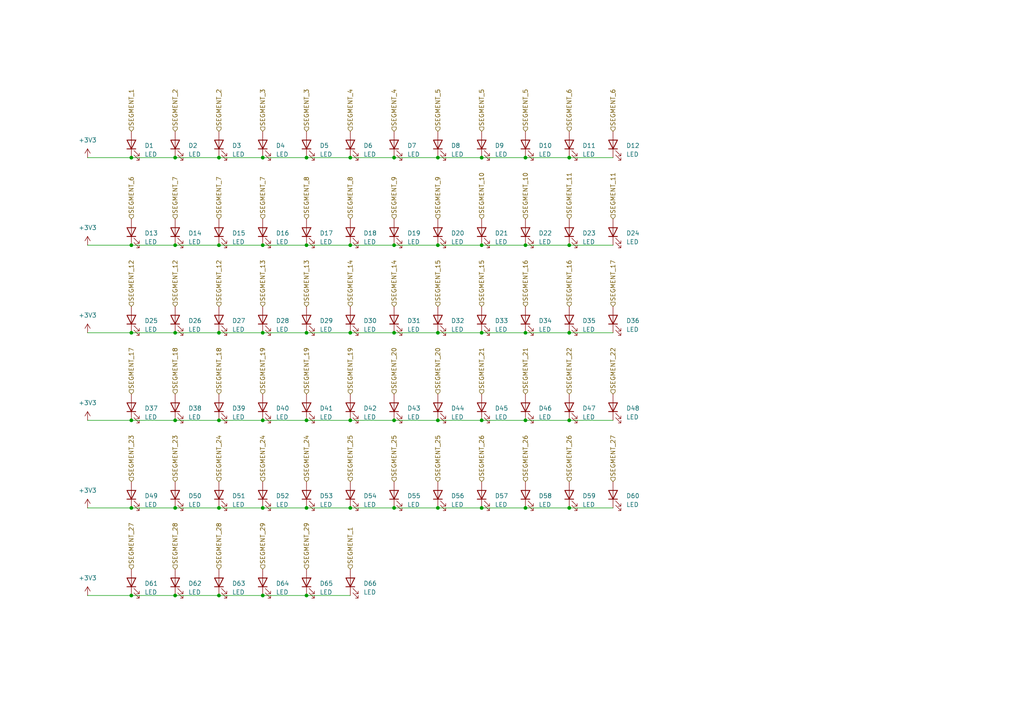
<source format=kicad_sch>
(kicad_sch (version 20231120) (generator "eeschema") (generator_version "8.0")
  (paper "A4")
  (lib_symbols
    (symbol "Device:LED" (pin_numbers hide) (pin_names (offset 1.016) hide)
      (property "Reference" "D" (at 0 2.54 0))
      (property "Value" "LED" (at 0 -2.54 0))
      (symbol "LED_0_1"
        (polyline (pts (xy -1.27 -1.27) (xy -1.27 1.27)) (stroke (width 0.254)))
        (polyline (pts (xy -1.27 0) (xy 1.27 0)))
        (polyline (pts (xy 1.27 -1.27) (xy 1.27 1.27) (xy -1.27 0) (xy 1.27 -1.27)) (stroke (width 0.254)))
        (polyline (pts (xy -3.048 -0.762) (xy -4.572 -2.286) (xy -3.81 -2.286) (xy -4.572 -2.286) (xy -4.572 -1.524)))
        (polyline (pts (xy -1.778 -0.762) (xy -3.302 -2.286) (xy -2.54 -2.286) (xy -3.302 -2.286) (xy -3.302 -1.524)))
      )
      (symbol "LED_1_1"
        (pin passive line (at -3.81 0 0) (length 2.54) (name "K") (number "1"))
        (pin passive line (at 3.81 0 180) (length 2.54) (name "A") (number "2"))
      )
    )
    (symbol "power:+3V3" (power) (pin_numbers hide) (pin_names (offset 0) hide)
      (property "Value" "+3V3" (at 0 3.556 0))
      (symbol "+3V3_0_1"
        (polyline (pts (xy -0.762 1.27) (xy 0 2.54)))
        (polyline (pts (xy 0 0) (xy 0 2.54)))
        (polyline (pts (xy 0 2.54) (xy 0.762 1.27)))
      )
      (symbol "+3V3_1_1"
        (pin power_in line (at 0 0 90) (length 0) (name "~") (number "1"))
      )
    )
  )
  (junction (at 165.1 121.92))
  (junction (at 101.6 71.12))
  (junction (at 152.4 121.92))
  (junction (at 127 96.52))
  (junction (at 76.2 71.12))
  (junction (at 165.1 71.12))
  (junction (at 114.3 96.52))
  (junction (at 114.3 121.92))
  (junction (at 101.6 147.32))
  (junction (at 63.5 121.92))
  (junction (at 38.1 172.72))
  (junction (at 76.2 172.72))
  (junction (at 88.9 45.72))
  (junction (at 50.8 96.52))
  (junction (at 50.8 121.92))
  (junction (at 63.5 71.12))
  (junction (at 114.3 71.12))
  (junction (at 63.5 45.72))
  (junction (at 63.5 147.32))
  (junction (at 139.7 45.72))
  (junction (at 114.3 147.32))
  (junction (at 88.9 121.92))
  (junction (at 76.2 147.32))
  (junction (at 165.1 147.32))
  (junction (at 38.1 45.72))
  (junction (at 38.1 121.92))
  (junction (at 76.2 45.72))
  (junction (at 152.4 96.52))
  (junction (at 76.2 121.92))
  (junction (at 139.7 71.12))
  (junction (at 50.8 147.32))
  (junction (at 88.9 172.72))
  (junction (at 38.1 71.12))
  (junction (at 101.6 96.52))
  (junction (at 139.7 147.32))
  (junction (at 114.3 45.72))
  (junction (at 50.8 172.72))
  (junction (at 127 45.72))
  (junction (at 50.8 71.12))
  (junction (at 127 71.12))
  (junction (at 88.9 147.32))
  (junction (at 152.4 71.12))
  (junction (at 152.4 147.32))
  (junction (at 76.2 96.52))
  (junction (at 88.9 96.52))
  (junction (at 139.7 121.92))
  (junction (at 152.4 45.72))
  (junction (at 101.6 121.92))
  (junction (at 63.5 96.52))
  (junction (at 38.1 96.52))
  (junction (at 88.9 71.12))
  (junction (at 139.7 96.52))
  (junction (at 127 147.32))
  (junction (at 63.5 172.72))
  (junction (at 101.6 45.72))
  (junction (at 127 121.92))
  (junction (at 165.1 96.52))
  (junction (at 38.1 147.32))
  (junction (at 50.8 45.72))
  (junction (at 165.1 45.72))
  (wire (pts (xy 38.1 45.72) (xy 50.8 45.72)))
  (wire (pts (xy 88.9 71.12) (xy 101.6 71.12)))
  (wire (pts (xy 139.7 121.92) (xy 152.4 121.92)))
  (wire (pts (xy 25.4 96.52) (xy 38.1 96.52)))
  (wire (pts (xy 50.8 71.12) (xy 63.5 71.12)))
  (wire (pts (xy 139.7 71.12) (xy 152.4 71.12)))
  (wire (pts (xy 165.1 71.12) (xy 177.8 71.12)))
  (wire (pts (xy 127 96.52) (xy 139.7 96.52)))
  (wire (pts (xy 127 147.32) (xy 139.7 147.32)))
  (wire (pts (xy 76.2 71.12) (xy 88.9 71.12)))
  (wire (pts (xy 152.4 147.32) (xy 165.1 147.32)))
  (wire (pts (xy 139.7 147.32) (xy 152.4 147.32)))
  (wire (pts (xy 50.8 172.72) (xy 63.5 172.72)))
  (wire (pts (xy 38.1 121.92) (xy 50.8 121.92)))
  (wire (pts (xy 127 121.92) (xy 139.7 121.92)))
  (wire (pts (xy 25.4 172.72) (xy 38.1 172.72)))
  (wire (pts (xy 76.2 96.52) (xy 88.9 96.52)))
  (wire (pts (xy 50.8 147.32) (xy 63.5 147.32)))
  (wire (pts (xy 114.3 96.52) (xy 127 96.52)))
  (wire (pts (xy 88.9 147.32) (xy 101.6 147.32)))
  (wire (pts (xy 101.6 71.12) (xy 114.3 71.12)))
  (wire (pts (xy 165.1 96.52) (xy 177.8 96.52)))
  (wire (pts (xy 63.5 121.92) (xy 76.2 121.92)))
  (wire (pts (xy 25.4 45.72) (xy 38.1 45.72)))
  (wire (pts (xy 101.6 121.92) (xy 114.3 121.92)))
  (wire (pts (xy 127 71.12) (xy 139.7 71.12)))
  (wire (pts (xy 25.4 121.92) (xy 38.1 121.92)))
  (wire (pts (xy 165.1 45.72) (xy 177.8 45.72)))
  (wire (pts (xy 152.4 71.12) (xy 165.1 71.12)))
  (wire (pts (xy 76.2 45.72) (xy 88.9 45.72)))
  (wire (pts (xy 25.4 71.12) (xy 38.1 71.12)))
  (wire (pts (xy 63.5 45.72) (xy 76.2 45.72)))
  (wire (pts (xy 63.5 147.32) (xy 76.2 147.32)))
  (wire (pts (xy 114.3 147.32) (xy 127 147.32)))
  (wire (pts (xy 76.2 121.92) (xy 88.9 121.92)))
  (wire (pts (xy 63.5 96.52) (xy 76.2 96.52)))
  (wire (pts (xy 50.8 96.52) (xy 63.5 96.52)))
  (wire (pts (xy 50.8 121.92) (xy 63.5 121.92)))
  (wire (pts (xy 101.6 45.72) (xy 114.3 45.72)))
  (wire (pts (xy 25.4 147.32) (xy 38.1 147.32)))
  (wire (pts (xy 63.5 71.12) (xy 76.2 71.12)))
  (wire (pts (xy 38.1 147.32) (xy 50.8 147.32)))
  (wire (pts (xy 114.3 45.72) (xy 127 45.72)))
  (wire (pts (xy 50.8 45.72) (xy 63.5 45.72)))
  (wire (pts (xy 152.4 96.52) (xy 165.1 96.52)))
  (wire (pts (xy 38.1 96.52) (xy 50.8 96.52)))
  (wire (pts (xy 88.9 172.72) (xy 101.6 172.72)))
  (wire (pts (xy 76.2 172.72) (xy 88.9 172.72)))
  (wire (pts (xy 76.2 147.32) (xy 88.9 147.32)))
  (wire (pts (xy 101.6 147.32) (xy 114.3 147.32)))
  (wire (pts (xy 88.9 121.92) (xy 101.6 121.92)))
  (wire (pts (xy 139.7 45.72) (xy 152.4 45.72)))
  (wire (pts (xy 114.3 71.12) (xy 127 71.12)))
  (wire (pts (xy 101.6 96.52) (xy 114.3 96.52)))
  (wire (pts (xy 152.4 121.92) (xy 165.1 121.92)))
  (wire (pts (xy 88.9 45.72) (xy 101.6 45.72)))
  (wire (pts (xy 165.1 121.92) (xy 177.8 121.92)))
  (wire (pts (xy 127 45.72) (xy 139.7 45.72)))
  (wire (pts (xy 38.1 172.72) (xy 50.8 172.72)))
  (wire (pts (xy 114.3 121.92) (xy 127 121.92)))
  (wire (pts (xy 63.5 172.72) (xy 76.2 172.72)))
  (wire (pts (xy 165.1 147.32) (xy 177.8 147.32)))
  (wire (pts (xy 88.9 96.52) (xy 101.6 96.52)))
  (wire (pts (xy 38.1 71.12) (xy 50.8 71.12)))
  (wire (pts (xy 152.4 45.72) (xy 165.1 45.72)))
  (wire (pts (xy 139.7 96.52) (xy 152.4 96.52)))
  (hierarchical_label "SEGMENT_25" (shape input) (at 127 139.7 90))
  (hierarchical_label "SEGMENT_8" (shape input) (at 101.6 63.5 90))
  (hierarchical_label "SEGMENT_25" (shape input) (at 101.6 139.7 90))
  (hierarchical_label "SEGMENT_17" (shape input) (at 38.1 114.3 90))
  (hierarchical_label "SEGMENT_6" (shape input) (at 165.1 38.1 90))
  (hierarchical_label "SEGMENT_26" (shape input) (at 152.4 139.7 90))
  (hierarchical_label "SEGMENT_11" (shape input) (at 177.8 63.5 90))
  (hierarchical_label "SEGMENT_1" (shape input) (at 38.1 38.1 90))
  (hierarchical_label "SEGMENT_19" (shape input) (at 88.9 114.3 90))
  (hierarchical_label "SEGMENT_27" (shape input) (at 38.1 165.1 90))
  (hierarchical_label "SEGMENT_21" (shape input) (at 139.7 114.3 90))
  (hierarchical_label "SEGMENT_5" (shape input) (at 127 38.1 90))
  (hierarchical_label "SEGMENT_21" (shape input) (at 152.4 114.3 90))
  (hierarchical_label "SEGMENT_16" (shape input) (at 152.4 88.9 90))
  (hierarchical_label "SEGMENT_5" (shape input) (at 139.7 38.1 90))
  (hierarchical_label "SEGMENT_9" (shape input) (at 114.3 63.5 90))
  (hierarchical_label "SEGMENT_8" (shape input) (at 88.9 63.5 90))
  (hierarchical_label "SEGMENT_5" (shape input) (at 152.4 38.1 90))
  (hierarchical_label "SEGMENT_15" (shape input) (at 127 88.9 90))
  (hierarchical_label "SEGMENT_7" (shape input) (at 63.5 63.5 90))
  (hierarchical_label "SEGMENT_18" (shape input) (at 63.5 114.3 90))
  (hierarchical_label "SEGMENT_26" (shape input) (at 139.7 139.7 90))
  (hierarchical_label "SEGMENT_11" (shape input) (at 165.1 63.5 90))
  (hierarchical_label "SEGMENT_1" (shape input) (at 101.6 165.1 90))
  (hierarchical_label "SEGMENT_13" (shape input) (at 76.2 88.9 90))
  (hierarchical_label "SEGMENT_29" (shape input) (at 76.2 165.1 90))
  (hierarchical_label "SEGMENT_29" (shape input) (at 88.9 165.1 90))
  (hierarchical_label "SEGMENT_28" (shape input) (at 63.5 165.1 90))
  (hierarchical_label "SEGMENT_24" (shape input) (at 76.2 139.7 90))
  (hierarchical_label "SEGMENT_2" (shape input) (at 63.5 38.1 90))
  (hierarchical_label "SEGMENT_12" (shape input) (at 50.8 88.9 90))
  (hierarchical_label "SEGMENT_22" (shape input) (at 177.8 114.3 90))
  (hierarchical_label "SEGMENT_10" (shape input) (at 152.4 63.5 90))
  (hierarchical_label "SEGMENT_4" (shape input) (at 101.6 38.1 90))
  (hierarchical_label "SEGMENT_2" (shape input) (at 50.8 38.1 90))
  (hierarchical_label "SEGMENT_14" (shape input) (at 114.3 88.9 90))
  (hierarchical_label "SEGMENT_4" (shape input) (at 114.3 38.1 90))
  (hierarchical_label "SEGMENT_9" (shape input) (at 127 63.5 90))
  (hierarchical_label "SEGMENT_19" (shape input) (at 76.2 114.3 90))
  (hierarchical_label "SEGMENT_27" (shape input) (at 177.8 139.7 90))
  (hierarchical_label "SEGMENT_3" (shape input) (at 88.9 38.1 90))
  (hierarchical_label "SEGMENT_3" (shape input) (at 76.2 38.1 90))
  (hierarchical_label "SEGMENT_24" (shape input) (at 88.9 139.7 90))
  (hierarchical_label "SEGMENT_28" (shape input) (at 50.8 165.1 90))
  (hierarchical_label "SEGMENT_6" (shape input) (at 38.1 63.5 90))
  (hierarchical_label "SEGMENT_17" (shape input) (at 177.8 88.9 90))
  (hierarchical_label "SEGMENT_26" (shape input) (at 165.1 139.7 90))
  (hierarchical_label "SEGMENT_22" (shape input) (at 165.1 114.3 90))
  (hierarchical_label "SEGMENT_14" (shape input) (at 101.6 88.9 90))
  (hierarchical_label "SEGMENT_7" (shape input) (at 50.8 63.5 90))
  (hierarchical_label "SEGMENT_10" (shape input) (at 139.7 63.5 90))
  (hierarchical_label "SEGMENT_19" (shape input) (at 101.6 114.3 90))
  (hierarchical_label "SEGMENT_13" (shape input) (at 88.9 88.9 90))
  (hierarchical_label "SEGMENT_6" (shape input) (at 177.8 38.1 90))
  (hierarchical_label "SEGMENT_7" (shape input) (at 76.2 63.5 90))
  (hierarchical_label "SEGMENT_12" (shape input) (at 63.5 88.9 90))
  (hierarchical_label "SEGMENT_25" (shape input) (at 114.3 139.7 90))
  (hierarchical_label "SEGMENT_24" (shape input) (at 63.5 139.7 90))
  (hierarchical_label "SEGMENT_12" (shape input) (at 38.1 88.9 90))
  (hierarchical_label "SEGMENT_16" (shape input) (at 165.1 88.9 90))
  (hierarchical_label "SEGMENT_23" (shape input) (at 38.1 139.7 90))
  (hierarchical_label "SEGMENT_18" (shape input) (at 50.8 114.3 90))
  (hierarchical_label "SEGMENT_20" (shape input) (at 114.3 114.3 90))
  (hierarchical_label "SEGMENT_15" (shape input) (at 139.7 88.9 90))
  (hierarchical_label "SEGMENT_23" (shape input) (at 50.8 139.7 90))
  (hierarchical_label "SEGMENT_20" (shape input) (at 127 114.3 90))
  (symbol (lib_id "Device:LED") (at 177.8 67.31 90) (unit 1)
    (property "Reference" "D24" (at 181.61 67.6274 90) (effects (justify right)))
    (property "Value" "LED" (at 181.61 70.1674 90) (effects (justify right)))
    (property "Footprint" "hexpansion:LED_0603_1608Metric_NoSilkscreen" (effects (hide yes)))
    (property "Description" "Light emitting diode" (effects (hide yes)))
    (property "LCSC" "C965799" (effects (hide yes)))
  )
  (symbol (lib_id "Device:LED") (at 63.5 118.11 90) (unit 1)
    (property "Reference" "D39" (at 67.31 118.4274 90) (effects (justify right)))
    (property "Value" "LED" (at 67.31 120.9674 90) (effects (justify right)))
    (property "Footprint" "hexpansion:LED_0603_1608Metric_NoSilkscreen" (effects (hide yes)))
    (property "Description" "Light emitting diode" (effects (hide yes)))
    (property "LCSC" "C965799" (effects (hide yes)))
  )
  (symbol (lib_id "Device:LED") (at 101.6 67.31 90) (unit 1)
    (property "Reference" "D18" (at 105.41 67.6274 90) (effects (justify right)))
    (property "Value" "LED" (at 105.41 70.1674 90) (effects (justify right)))
    (property "Footprint" "hexpansion:LED_0603_1608Metric_NoSilkscreen" (effects (hide yes)))
    (property "Description" "Light emitting diode" (effects (hide yes)))
    (property "LCSC" "C965799" (effects (hide yes)))
  )
  (symbol (lib_id "Device:LED") (at 127 143.51 90) (unit 1)
    (property "Reference" "D56" (at 130.81 143.8274 90) (effects (justify right)))
    (property "Value" "LED" (at 130.81 146.3674 90) (effects (justify right)))
    (property "Footprint" "hexpansion:LED_0603_1608Metric_NoSilkscreen" (effects (hide yes)))
    (property "Description" "Light emitting diode" (effects (hide yes)))
    (property "LCSC" "C965799" (effects (hide yes)))
  )
  (symbol (lib_id "Device:LED") (at 38.1 92.71 90) (unit 1)
    (property "Reference" "D25" (at 41.91 93.0274 90) (effects (justify right)))
    (property "Value" "LED" (at 41.91 95.5674 90) (effects (justify right)))
    (property "Footprint" "hexpansion:LED_0603_1608Metric_NoSilkscreen" (effects (hide yes)))
    (property "Description" "Light emitting diode" (effects (hide yes)))
    (property "LCSC" "C965799" (effects (hide yes)))
  )
  (symbol (lib_id "Device:LED") (at 76.2 118.11 90) (unit 1)
    (property "Reference" "D40" (at 80.01 118.4274 90) (effects (justify right)))
    (property "Value" "LED" (at 80.01 120.9674 90) (effects (justify right)))
    (property "Footprint" "hexpansion:LED_0603_1608Metric_NoSilkscreen" (effects (hide yes)))
    (property "Description" "Light emitting diode" (effects (hide yes)))
    (property "LCSC" "C965799" (effects (hide yes)))
  )
  (symbol (lib_id "Device:LED") (at 63.5 41.91 90) (unit 1)
    (property "Reference" "D3" (at 67.31 42.2274 90) (effects (justify right)))
    (property "Value" "LED" (at 67.31 44.7674 90) (effects (justify right)))
    (property "Footprint" "hexpansion:LED_0603_1608Metric_NoSilkscreen" (effects (hide yes)))
    (property "Description" "Light emitting diode" (effects (hide yes)))
    (property "LCSC" "C965799" (effects (hide yes)))
  )
  (symbol (lib_id "Device:LED") (at 50.8 41.91 90) (unit 1)
    (property "Reference" "D2" (at 54.61 42.2274 90) (effects (justify right)))
    (property "Value" "LED" (at 54.61 44.7674 90) (effects (justify right)))
    (property "Footprint" "hexpansion:LED_0603_1608Metric_NoSilkscreen" (effects (hide yes)))
    (property "Description" "Light emitting diode" (effects (hide yes)))
    (property "LCSC" "C965799" (effects (hide yes)))
  )
  (symbol (lib_id "Device:LED") (at 88.9 41.91 90) (unit 1)
    (property "Reference" "D5" (at 92.71 42.2274 90) (effects (justify right)))
    (property "Value" "LED" (at 92.71 44.7674 90) (effects (justify right)))
    (property "Footprint" "hexpansion:LED_0603_1608Metric_NoSilkscreen" (effects (hide yes)))
    (property "Description" "Light emitting diode" (effects (hide yes)))
    (property "LCSC" "C965799" (effects (hide yes)))
  )
  (symbol (lib_id "Device:LED") (at 63.5 168.91 90) (unit 1)
    (property "Reference" "D63" (at 67.31 169.2274 90) (effects (justify right)))
    (property "Value" "LED" (at 67.31 171.7674 90) (effects (justify right)))
    (property "Footprint" "hexpansion:LED_0603_1608Metric_NoSilkscreen" (effects (hide yes)))
    (property "Description" "Light emitting diode" (effects (hide yes)))
    (property "LCSC" "C965799" (effects (hide yes)))
  )
  (symbol (lib_id "Device:LED") (at 139.7 67.31 90) (unit 1)
    (property "Reference" "D21" (at 143.51 67.6274 90) (effects (justify right)))
    (property "Value" "LED" (at 143.51 70.1674 90) (effects (justify right)))
    (property "Footprint" "hexpansion:LED_0603_1608Metric_NoSilkscreen" (effects (hide yes)))
    (property "Description" "Light emitting diode" (effects (hide yes)))
    (property "LCSC" "C965799" (effects (hide yes)))
  )
  (symbol (lib_id "Device:LED") (at 50.8 143.51 90) (unit 1)
    (property "Reference" "D50" (at 54.61 143.8274 90) (effects (justify right)))
    (property "Value" "LED" (at 54.61 146.3674 90) (effects (justify right)))
    (property "Footprint" "hexpansion:LED_0603_1608Metric_NoSilkscreen" (effects (hide yes)))
    (property "Description" "Light emitting diode" (effects (hide yes)))
    (property "LCSC" "C965799" (effects (hide yes)))
  )
  (symbol (lib_id "Device:LED") (at 165.1 67.31 90) (unit 1)
    (property "Reference" "D23" (at 168.91 67.6274 90) (effects (justify right)))
    (property "Value" "LED" (at 168.91 70.1674 90) (effects (justify right)))
    (property "Footprint" "hexpansion:LED_0603_1608Metric_NoSilkscreen" (effects (hide yes)))
    (property "Description" "Light emitting diode" (effects (hide yes)))
    (property "LCSC" "C965799" (effects (hide yes)))
  )
  (symbol (lib_id "Device:LED") (at 177.8 92.71 90) (unit 1)
    (property "Reference" "D36" (at 181.61 93.0274 90) (effects (justify right)))
    (property "Value" "LED" (at 181.61 95.5674 90) (effects (justify right)))
    (property "Footprint" "hexpansion:LED_0603_1608Metric_NoSilkscreen" (effects (hide yes)))
    (property "Description" "Light emitting diode" (effects (hide yes)))
    (property "LCSC" "C965799" (effects (hide yes)))
  )
  (symbol (lib_id "Device:LED") (at 139.7 41.91 90) (unit 1)
    (property "Reference" "D9" (at 143.51 42.2274 90) (effects (justify right)))
    (property "Value" "LED" (at 143.51 44.7674 90) (effects (justify right)))
    (property "Footprint" "hexpansion:LED_0603_1608Metric_NoSilkscreen" (effects (hide yes)))
    (property "Description" "Light emitting diode" (effects (hide yes)))
    (property "LCSC" "C965799" (effects (hide yes)))
  )
  (symbol (lib_id "power:+3V3") (at 25.4 121.92 0) (unit 1)
    (property "Reference" "#PWR018" (effects (hide yes)))
    (property "Value" "+3V3" (at 25.4 116.84 0))
    (property "Description" "Power symbol creates a global label with name \"+3V3\"" (effects (hide yes)))
  )
  (symbol (lib_id "Device:LED") (at 76.2 67.31 90) (unit 1)
    (property "Reference" "D16" (at 80.01 67.6274 90) (effects (justify right)))
    (property "Value" "LED" (at 80.01 70.1674 90) (effects (justify right)))
    (property "Footprint" "hexpansion:LED_0603_1608Metric_NoSilkscreen" (effects (hide yes)))
    (property "Description" "Light emitting diode" (effects (hide yes)))
    (property "LCSC" "C965799" (effects (hide yes)))
  )
  (symbol (lib_id "Device:LED") (at 152.4 92.71 90) (unit 1)
    (property "Reference" "D34" (at 156.21 93.0274 90) (effects (justify right)))
    (property "Value" "LED" (at 156.21 95.5674 90) (effects (justify right)))
    (property "Footprint" "hexpansion:LED_0603_1608Metric_NoSilkscreen" (effects (hide yes)))
    (property "Description" "Light emitting diode" (effects (hide yes)))
    (property "LCSC" "C965799" (effects (hide yes)))
  )
  (symbol (lib_id "Device:LED") (at 101.6 92.71 90) (unit 1)
    (property "Reference" "D30" (at 105.41 93.0274 90) (effects (justify right)))
    (property "Value" "LED" (at 105.41 95.5674 90) (effects (justify right)))
    (property "Footprint" "hexpansion:LED_0603_1608Metric_NoSilkscreen" (effects (hide yes)))
    (property "Description" "Light emitting diode" (effects (hide yes)))
    (property "LCSC" "C965799" (effects (hide yes)))
  )
  (symbol (lib_id "Device:LED") (at 38.1 41.91 90) (unit 1)
    (property "Reference" "D1" (at 41.91 42.2274 90) (effects (justify right)))
    (property "Value" "LED" (at 41.91 44.7674 90) (effects (justify right)))
    (property "Footprint" "hexpansion:LED_0603_1608Metric_NoSilkscreen" (effects (hide yes)))
    (property "Description" "Light emitting diode" (effects (hide yes)))
    (property "LCSC" "C965799" (effects (hide yes)))
  )
  (symbol (lib_id "Device:LED") (at 88.9 92.71 90) (unit 1)
    (property "Reference" "D29" (at 92.71 93.0274 90) (effects (justify right)))
    (property "Value" "LED" (at 92.71 95.5674 90) (effects (justify right)))
    (property "Footprint" "hexpansion:LED_0603_1608Metric_NoSilkscreen" (effects (hide yes)))
    (property "Description" "Light emitting diode" (effects (hide yes)))
    (property "LCSC" "C965799" (effects (hide yes)))
  )
  (symbol (lib_id "Device:LED") (at 114.3 67.31 90) (unit 1)
    (property "Reference" "D19" (at 118.11 67.6274 90) (effects (justify right)))
    (property "Value" "LED" (at 118.11 70.1674 90) (effects (justify right)))
    (property "Footprint" "hexpansion:LED_0603_1608Metric_NoSilkscreen" (effects (hide yes)))
    (property "Description" "Light emitting diode" (effects (hide yes)))
    (property "LCSC" "C965799" (effects (hide yes)))
  )
  (symbol (lib_id "Device:LED") (at 152.4 67.31 90) (unit 1)
    (property "Reference" "D22" (at 156.21 67.6274 90) (effects (justify right)))
    (property "Value" "LED" (at 156.21 70.1674 90) (effects (justify right)))
    (property "Footprint" "hexpansion:LED_0603_1608Metric_NoSilkscreen" (effects (hide yes)))
    (property "Description" "Light emitting diode" (effects (hide yes)))
    (property "LCSC" "C965799" (effects (hide yes)))
  )
  (symbol (lib_id "Device:LED") (at 165.1 92.71 90) (unit 1)
    (property "Reference" "D35" (at 168.91 93.0274 90) (effects (justify right)))
    (property "Value" "LED" (at 168.91 95.5674 90) (effects (justify right)))
    (property "Footprint" "hexpansion:LED_0603_1608Metric_NoSilkscreen" (effects (hide yes)))
    (property "Description" "Light emitting diode" (effects (hide yes)))
    (property "LCSC" "C965799" (effects (hide yes)))
  )
  (symbol (lib_id "Device:LED") (at 152.4 41.91 90) (unit 1)
    (property "Reference" "D10" (at 156.21 42.2274 90) (effects (justify right)))
    (property "Value" "LED" (at 156.21 44.7674 90) (effects (justify right)))
    (property "Footprint" "hexpansion:LED_0603_1608Metric_NoSilkscreen" (effects (hide yes)))
    (property "Description" "Light emitting diode" (effects (hide yes)))
    (property "LCSC" "C965799" (effects (hide yes)))
  )
  (symbol (lib_id "Device:LED") (at 38.1 118.11 90) (unit 1)
    (property "Reference" "D37" (at 41.91 118.4274 90) (effects (justify right)))
    (property "Value" "LED" (at 41.91 120.9674 90) (effects (justify right)))
    (property "Footprint" "hexpansion:LED_0603_1608Metric_NoSilkscreen" (effects (hide yes)))
    (property "Description" "Light emitting diode" (effects (hide yes)))
    (property "LCSC" "C965799" (effects (hide yes)))
  )
  (symbol (lib_id "Device:LED") (at 50.8 92.71 90) (unit 1)
    (property "Reference" "D26" (at 54.61 93.0274 90) (effects (justify right)))
    (property "Value" "LED" (at 54.61 95.5674 90) (effects (justify right)))
    (property "Footprint" "hexpansion:LED_0603_1608Metric_NoSilkscreen" (effects (hide yes)))
    (property "Description" "Light emitting diode" (effects (hide yes)))
    (property "LCSC" "C965799" (effects (hide yes)))
  )
  (symbol (lib_id "Device:LED") (at 76.2 143.51 90) (unit 1)
    (property "Reference" "D52" (at 80.01 143.8274 90) (effects (justify right)))
    (property "Value" "LED" (at 80.01 146.3674 90) (effects (justify right)))
    (property "Footprint" "hexpansion:LED_0603_1608Metric_NoSilkscreen" (effects (hide yes)))
    (property "Description" "Light emitting diode" (effects (hide yes)))
    (property "LCSC" "C965799" (effects (hide yes)))
  )
  (symbol (lib_id "power:+3V3") (at 25.4 71.12 0) (unit 1)
    (property "Reference" "#PWR021" (effects (hide yes)))
    (property "Value" "+3V3" (at 25.4 66.04 0))
    (property "Description" "Power symbol creates a global label with name \"+3V3\"" (effects (hide yes)))
  )
  (symbol (lib_id "Device:LED") (at 63.5 92.71 90) (unit 1)
    (property "Reference" "D27" (at 67.31 93.0274 90) (effects (justify right)))
    (property "Value" "LED" (at 67.31 95.5674 90) (effects (justify right)))
    (property "Footprint" "hexpansion:LED_0603_1608Metric_NoSilkscreen" (effects (hide yes)))
    (property "Description" "Light emitting diode" (effects (hide yes)))
    (property "LCSC" "C965799" (effects (hide yes)))
  )
  (symbol (lib_id "Device:LED") (at 177.8 143.51 90) (unit 1)
    (property "Reference" "D60" (at 181.61 143.8274 90) (effects (justify right)))
    (property "Value" "LED" (at 181.61 146.3674 90) (effects (justify right)))
    (property "Footprint" "hexpansion:LED_0603_1608Metric_NoSilkscreen" (effects (hide yes)))
    (property "Description" "Light emitting diode" (effects (hide yes)))
    (property "LCSC" "C965799" (effects (hide yes)))
  )
  (symbol (lib_id "Device:LED") (at 50.8 118.11 90) (unit 1)
    (property "Reference" "D38" (at 54.61 118.4274 90) (effects (justify right)))
    (property "Value" "LED" (at 54.61 120.9674 90) (effects (justify right)))
    (property "Footprint" "hexpansion:LED_0603_1608Metric_NoSilkscreen" (effects (hide yes)))
    (property "Description" "Light emitting diode" (effects (hide yes)))
    (property "LCSC" "C965799" (effects (hide yes)))
  )
  (symbol (lib_id "Device:LED") (at 76.2 92.71 90) (unit 1)
    (property "Reference" "D28" (at 80.01 93.0274 90) (effects (justify right)))
    (property "Value" "LED" (at 80.01 95.5674 90) (effects (justify right)))
    (property "Footprint" "hexpansion:LED_0603_1608Metric_NoSilkscreen" (effects (hide yes)))
    (property "Description" "Light emitting diode" (effects (hide yes)))
    (property "LCSC" "C965799" (effects (hide yes)))
  )
  (symbol (lib_id "Device:LED") (at 76.2 168.91 90) (unit 1)
    (property "Reference" "D64" (at 80.01 169.2274 90) (effects (justify right)))
    (property "Value" "LED" (at 80.01 171.7674 90) (effects (justify right)))
    (property "Footprint" "hexpansion:LED_0603_1608Metric_NoSilkscreen" (effects (hide yes)))
    (property "Description" "Light emitting diode" (effects (hide yes)))
    (property "LCSC" "C965799" (effects (hide yes)))
  )
  (symbol (lib_id "Device:LED") (at 152.4 118.11 90) (unit 1)
    (property "Reference" "D46" (at 156.21 118.4274 90) (effects (justify right)))
    (property "Value" "LED" (at 156.21 120.9674 90) (effects (justify right)))
    (property "Footprint" "hexpansion:LED_0603_1608Metric_NoSilkscreen" (effects (hide yes)))
    (property "Description" "Light emitting diode" (effects (hide yes)))
    (property "LCSC" "C965799" (effects (hide yes)))
  )
  (symbol (lib_id "Device:LED") (at 101.6 118.11 90) (unit 1)
    (property "Reference" "D42" (at 105.41 118.4274 90) (effects (justify right)))
    (property "Value" "LED" (at 105.41 120.9674 90) (effects (justify right)))
    (property "Footprint" "hexpansion:LED_0603_1608Metric_NoSilkscreen" (effects (hide yes)))
    (property "Description" "Light emitting diode" (effects (hide yes)))
    (property "LCSC" "C965799" (effects (hide yes)))
  )
  (symbol (lib_id "Device:LED") (at 177.8 118.11 90) (unit 1)
    (property "Reference" "D48" (at 181.61 118.4274 90) (effects (justify right)))
    (property "Value" "LED" (at 181.61 120.9674 90) (effects (justify right)))
    (property "Footprint" "hexpansion:LED_0603_1608Metric_NoSilkscreen" (effects (hide yes)))
    (property "Description" "Light emitting diode" (effects (hide yes)))
    (property "LCSC" "C965799" (effects (hide yes)))
  )
  (symbol (lib_id "Device:LED") (at 177.8 41.91 90) (unit 1)
    (property "Reference" "D12" (at 181.61 42.2274 90) (effects (justify right)))
    (property "Value" "LED" (at 181.61 44.7674 90) (effects (justify right)))
    (property "Footprint" "hexpansion:LED_0603_1608Metric_NoSilkscreen" (effects (hide yes)))
    (property "Description" "Light emitting diode" (effects (hide yes)))
    (property "LCSC" "C965799" (effects (hide yes)))
  )
  (symbol (lib_id "Device:LED") (at 88.9 118.11 90) (unit 1)
    (property "Reference" "D41" (at 92.71 118.4274 90) (effects (justify right)))
    (property "Value" "LED" (at 92.71 120.9674 90) (effects (justify right)))
    (property "Footprint" "hexpansion:LED_0603_1608Metric_NoSilkscreen" (effects (hide yes)))
    (property "Description" "Light emitting diode" (effects (hide yes)))
    (property "LCSC" "C965799" (effects (hide yes)))
  )
  (symbol (lib_id "Device:LED") (at 165.1 41.91 90) (unit 1)
    (property "Reference" "D11" (at 168.91 42.2274 90) (effects (justify right)))
    (property "Value" "LED" (at 168.91 44.7674 90) (effects (justify right)))
    (property "Footprint" "hexpansion:LED_0603_1608Metric_NoSilkscreen" (effects (hide yes)))
    (property "Description" "Light emitting diode" (effects (hide yes)))
    (property "LCSC" "C965799" (effects (hide yes)))
  )
  (symbol (lib_id "Device:LED") (at 38.1 67.31 90) (unit 1)
    (property "Reference" "D13" (at 41.91 67.6274 90) (effects (justify right)))
    (property "Value" "LED" (at 41.91 70.1674 90) (effects (justify right)))
    (property "Footprint" "hexpansion:LED_0603_1608Metric_NoSilkscreen" (effects (hide yes)))
    (property "Description" "Light emitting diode" (effects (hide yes)))
    (property "LCSC" "C965799" (effects (hide yes)))
  )
  (symbol (lib_id "Device:LED") (at 63.5 143.51 90) (unit 1)
    (property "Reference" "D51" (at 67.31 143.8274 90) (effects (justify right)))
    (property "Value" "LED" (at 67.31 146.3674 90) (effects (justify right)))
    (property "Footprint" "hexpansion:LED_0603_1608Metric_NoSilkscreen" (effects (hide yes)))
    (property "Description" "Light emitting diode" (effects (hide yes)))
    (property "LCSC" "C965799" (effects (hide yes)))
  )
  (symbol (lib_id "Device:LED") (at 114.3 41.91 90) (unit 1)
    (property "Reference" "D7" (at 118.11 42.2274 90) (effects (justify right)))
    (property "Value" "LED" (at 118.11 44.7674 90) (effects (justify right)))
    (property "Footprint" "hexpansion:LED_0603_1608Metric_NoSilkscreen" (effects (hide yes)))
    (property "Description" "Light emitting diode" (effects (hide yes)))
    (property "LCSC" "C965799" (effects (hide yes)))
  )
  (symbol (lib_id "Device:LED") (at 139.7 92.71 90) (unit 1)
    (property "Reference" "D33" (at 143.51 93.0274 90) (effects (justify right)))
    (property "Value" "LED" (at 143.51 95.5674 90) (effects (justify right)))
    (property "Footprint" "hexpansion:LED_0603_1608Metric_NoSilkscreen" (effects (hide yes)))
    (property "Description" "Light emitting diode" (effects (hide yes)))
    (property "LCSC" "C965799" (effects (hide yes)))
  )
  (symbol (lib_id "Device:LED") (at 165.1 118.11 90) (unit 1)
    (property "Reference" "D47" (at 168.91 118.4274 90) (effects (justify right)))
    (property "Value" "LED" (at 168.91 120.9674 90) (effects (justify right)))
    (property "Footprint" "hexpansion:LED_0603_1608Metric_NoSilkscreen" (effects (hide yes)))
    (property "Description" "Light emitting diode" (effects (hide yes)))
    (property "LCSC" "C965799" (effects (hide yes)))
  )
  (symbol (lib_id "Device:LED") (at 127 41.91 90) (unit 1)
    (property "Reference" "D8" (at 130.81 42.2274 90) (effects (justify right)))
    (property "Value" "LED" (at 130.81 44.7674 90) (effects (justify right)))
    (property "Footprint" "hexpansion:LED_0603_1608Metric_NoSilkscreen" (effects (hide yes)))
    (property "Description" "Light emitting diode" (effects (hide yes)))
    (property "LCSC" "C965799" (effects (hide yes)))
  )
  (symbol (lib_id "Device:LED") (at 114.3 118.11 90) (unit 1)
    (property "Reference" "D43" (at 118.11 118.4274 90) (effects (justify right)))
    (property "Value" "LED" (at 118.11 120.9674 90) (effects (justify right)))
    (property "Footprint" "hexpansion:LED_0603_1608Metric_NoSilkscreen" (effects (hide yes)))
    (property "Description" "Light emitting diode" (effects (hide yes)))
    (property "LCSC" "C965799" (effects (hide yes)))
  )
  (symbol (lib_id "Device:LED") (at 139.7 118.11 90) (unit 1)
    (property "Reference" "D45" (at 143.51 118.4274 90) (effects (justify right)))
    (property "Value" "LED" (at 143.51 120.9674 90) (effects (justify right)))
    (property "Footprint" "hexpansion:LED_0603_1608Metric_NoSilkscreen" (effects (hide yes)))
    (property "Description" "Light emitting diode" (effects (hide yes)))
    (property "LCSC" "C965799" (effects (hide yes)))
  )
  (symbol (lib_id "Device:LED") (at 127 67.31 90) (unit 1)
    (property "Reference" "D20" (at 130.81 67.6274 90) (effects (justify right)))
    (property "Value" "LED" (at 130.81 70.1674 90) (effects (justify right)))
    (property "Footprint" "hexpansion:LED_0603_1608Metric_NoSilkscreen" (effects (hide yes)))
    (property "Description" "Light emitting diode" (effects (hide yes)))
    (property "LCSC" "C965799" (effects (hide yes)))
  )
  (symbol (lib_id "Device:LED") (at 38.1 168.91 90) (unit 1)
    (property "Reference" "D61" (at 41.91 169.2274 90) (effects (justify right)))
    (property "Value" "LED" (at 41.91 171.7674 90) (effects (justify right)))
    (property "Footprint" "hexpansion:LED_0603_1608Metric_NoSilkscreen" (effects (hide yes)))
    (property "Description" "Light emitting diode" (effects (hide yes)))
    (property "LCSC" "C965799" (effects (hide yes)))
  )
  (symbol (lib_id "power:+3V3") (at 25.4 172.72 0) (unit 1)
    (property "Reference" "#PWR022" (effects (hide yes)))
    (property "Value" "+3V3" (at 25.4 167.64 0))
    (property "Description" "Power symbol creates a global label with name \"+3V3\"" (effects (hide yes)))
  )
  (symbol (lib_id "Device:LED") (at 127 118.11 90) (unit 1)
    (property "Reference" "D44" (at 130.81 118.4274 90) (effects (justify right)))
    (property "Value" "LED" (at 130.81 120.9674 90) (effects (justify right)))
    (property "Footprint" "hexpansion:LED_0603_1608Metric_NoSilkscreen" (effects (hide yes)))
    (property "Description" "Light emitting diode" (effects (hide yes)))
    (property "LCSC" "C965799" (effects (hide yes)))
  )
  (symbol (lib_id "Device:LED") (at 101.6 143.51 90) (unit 1)
    (property "Reference" "D54" (at 105.41 143.8274 90) (effects (justify right)))
    (property "Value" "LED" (at 105.41 146.3674 90) (effects (justify right)))
    (property "Footprint" "hexpansion:LED_0603_1608Metric_NoSilkscreen" (effects (hide yes)))
    (property "Description" "Light emitting diode" (effects (hide yes)))
    (property "LCSC" "C965799" (effects (hide yes)))
  )
  (symbol (lib_id "Device:LED") (at 101.6 168.91 90) (unit 1)
    (property "Reference" "D66" (at 105.41 169.2274 90) (effects (justify right)))
    (property "Value" "LED" (at 105.41 171.7674 90) (effects (justify right)))
    (property "Footprint" "hexpansion:LED_0603_1608Metric_NoSilkscreen" (effects (hide yes)))
    (property "Description" "Light emitting diode" (effects (hide yes)))
    (property "LCSC" "C965799" (effects (hide yes)))
  )
  (symbol (lib_id "Device:LED") (at 88.9 168.91 90) (unit 1)
    (property "Reference" "D65" (at 92.71 169.2274 90) (effects (justify right)))
    (property "Value" "LED" (at 92.71 171.7674 90) (effects (justify right)))
    (property "Footprint" "hexpansion:LED_0603_1608Metric_NoSilkscreen" (effects (hide yes)))
    (property "Description" "Light emitting diode" (effects (hide yes)))
    (property "LCSC" "C965799" (effects (hide yes)))
  )
  (symbol (lib_id "Device:LED") (at 76.2 41.91 90) (unit 1)
    (property "Reference" "D4" (at 80.01 42.2274 90) (effects (justify right)))
    (property "Value" "LED" (at 80.01 44.7674 90) (effects (justify right)))
    (property "Footprint" "hexpansion:LED_0603_1608Metric_NoSilkscreen" (effects (hide yes)))
    (property "Description" "Light emitting diode" (effects (hide yes)))
    (property "LCSC" "C965799" (effects (hide yes)))
  )
  (symbol (lib_id "Device:LED") (at 88.9 67.31 90) (unit 1)
    (property "Reference" "D17" (at 92.71 67.6274 90) (effects (justify right)))
    (property "Value" "LED" (at 92.71 70.1674 90) (effects (justify right)))
    (property "Footprint" "hexpansion:LED_0603_1608Metric_NoSilkscreen" (effects (hide yes)))
    (property "Description" "Light emitting diode" (effects (hide yes)))
    (property "LCSC" "C965799" (effects (hide yes)))
  )
  (symbol (lib_id "power:+3V3") (at 25.4 147.32 0) (unit 1)
    (property "Reference" "#PWR017" (effects (hide yes)))
    (property "Value" "+3V3" (at 25.4 142.24 0))
    (property "Description" "Power symbol creates a global label with name \"+3V3\"" (effects (hide yes)))
  )
  (symbol (lib_id "Device:LED") (at 63.5 67.31 90) (unit 1)
    (property "Reference" "D15" (at 67.31 67.6274 90) (effects (justify right)))
    (property "Value" "LED" (at 67.31 70.1674 90) (effects (justify right)))
    (property "Footprint" "hexpansion:LED_0603_1608Metric_NoSilkscreen" (effects (hide yes)))
    (property "Description" "Light emitting diode" (effects (hide yes)))
    (property "LCSC" "C965799" (effects (hide yes)))
  )
  (symbol (lib_id "power:+3V3") (at 25.4 96.52 0) (unit 1)
    (property "Reference" "#PWR019" (effects (hide yes)))
    (property "Value" "+3V3" (at 25.4 91.44 0))
    (property "Description" "Power symbol creates a global label with name \"+3V3\"" (effects (hide yes)))
  )
  (symbol (lib_id "Device:LED") (at 165.1 143.51 90) (unit 1)
    (property "Reference" "D59" (at 168.91 143.8274 90) (effects (justify right)))
    (property "Value" "LED" (at 168.91 146.3674 90) (effects (justify right)))
    (property "Footprint" "hexpansion:LED_0603_1608Metric_NoSilkscreen" (effects (hide yes)))
    (property "Description" "Light emitting diode" (effects (hide yes)))
    (property "LCSC" "C965799" (effects (hide yes)))
  )
  (symbol (lib_id "Device:LED") (at 152.4 143.51 90) (unit 1)
    (property "Reference" "D58" (at 156.21 143.8274 90) (effects (justify right)))
    (property "Value" "LED" (at 156.21 146.3674 90) (effects (justify right)))
    (property "Footprint" "hexpansion:LED_0603_1608Metric_NoSilkscreen" (effects (hide yes)))
    (property "Description" "Light emitting diode" (effects (hide yes)))
    (property "LCSC" "C965799" (effects (hide yes)))
  )
  (symbol (lib_id "Device:LED") (at 114.3 92.71 90) (unit 1)
    (property "Reference" "D31" (at 118.11 93.0274 90) (effects (justify right)))
    (property "Value" "LED" (at 118.11 95.5674 90) (effects (justify right)))
    (property "Footprint" "hexpansion:LED_0603_1608Metric_NoSilkscreen" (effects (hide yes)))
    (property "Description" "Light emitting diode" (effects (hide yes)))
    (property "LCSC" "C965799" (effects (hide yes)))
  )
  (symbol (lib_id "Device:LED") (at 50.8 67.31 90) (unit 1)
    (property "Reference" "D14" (at 54.61 67.6274 90) (effects (justify right)))
    (property "Value" "LED" (at 54.61 70.1674 90) (effects (justify right)))
    (property "Footprint" "hexpansion:LED_0603_1608Metric_NoSilkscreen" (effects (hide yes)))
    (property "Description" "Light emitting diode" (effects (hide yes)))
    (property "LCSC" "C965799" (effects (hide yes)))
  )
  (symbol (lib_id "power:+3V3") (at 25.4 45.72 0) (unit 1)
    (property "Reference" "#PWR020" (effects (hide yes)))
    (property "Value" "+3V3" (at 25.4 40.64 0))
    (property "Description" "Power symbol creates a global label with name \"+3V3\"" (effects (hide yes)))
  )
  (symbol (lib_id "Device:LED") (at 88.9 143.51 90) (unit 1)
    (property "Reference" "D53" (at 92.71 143.8274 90) (effects (justify right)))
    (property "Value" "LED" (at 92.71 146.3674 90) (effects (justify right)))
    (property "Footprint" "hexpansion:LED_0603_1608Metric_NoSilkscreen" (effects (hide yes)))
    (property "Description" "Light emitting diode" (effects (hide yes)))
    (property "LCSC" "C965799" (effects (hide yes)))
  )
  (symbol (lib_id "Device:LED") (at 114.3 143.51 90) (unit 1)
    (property "Reference" "D55" (at 118.11 143.8274 90) (effects (justify right)))
    (property "Value" "LED" (at 118.11 146.3674 90) (effects (justify right)))
    (property "Footprint" "hexpansion:LED_0603_1608Metric_NoSilkscreen" (effects (hide yes)))
    (property "Description" "Light emitting diode" (effects (hide yes)))
    (property "LCSC" "C965799" (effects (hide yes)))
  )
  (symbol (lib_id "Device:LED") (at 139.7 143.51 90) (unit 1)
    (property "Reference" "D57" (at 143.51 143.8274 90) (effects (justify right)))
    (property "Value" "LED" (at 143.51 146.3674 90) (effects (justify right)))
    (property "Footprint" "hexpansion:LED_0603_1608Metric_NoSilkscreen" (effects (hide yes)))
    (property "Description" "Light emitting diode" (effects (hide yes)))
    (property "LCSC" "C965799" (effects (hide yes)))
  )
  (symbol (lib_id "Device:LED") (at 50.8 168.91 90) (unit 1)
    (property "Reference" "D62" (at 54.61 169.2274 90) (effects (justify right)))
    (property "Value" "LED" (at 54.61 171.7674 90) (effects (justify right)))
    (property "Footprint" "hexpansion:LED_0603_1608Metric_NoSilkscreen" (effects (hide yes)))
    (property "Description" "Light emitting diode" (effects (hide yes)))
    (property "LCSC" "C965799" (effects (hide yes)))
  )
  (symbol (lib_id "Device:LED") (at 127 92.71 90) (unit 1)
    (property "Reference" "D32" (at 130.81 93.0274 90) (effects (justify right)))
    (property "Value" "LED" (at 130.81 95.5674 90) (effects (justify right)))
    (property "Footprint" "hexpansion:LED_0603_1608Metric_NoSilkscreen" (effects (hide yes)))
    (property "Description" "Light emitting diode" (effects (hide yes)))
    (property "LCSC" "C965799" (effects (hide yes)))
  )
  (symbol (lib_id "Device:LED") (at 38.1 143.51 90) (unit 1)
    (property "Reference" "D49" (at 41.91 143.8274 90) (effects (justify right)))
    (property "Value" "LED" (at 41.91 146.3674 90) (effects (justify right)))
    (property "Footprint" "hexpansion:LED_0603_1608Metric_NoSilkscreen" (effects (hide yes)))
    (property "Description" "Light emitting diode" (effects (hide yes)))
    (property "LCSC" "C965799" (effects (hide yes)))
  )
  (symbol (lib_id "Device:LED") (at 101.6 41.91 90) (unit 1)
    (property "Reference" "D6" (at 105.41 42.2274 90) (effects (justify right)))
    (property "Value" "LED" (at 105.41 44.7674 90) (effects (justify right)))
    (property "Footprint" "hexpansion:LED_0603_1608Metric_NoSilkscreen" (effects (hide yes)))
    (property "Description" "Light emitting diode" (effects (hide yes)))
    (property "LCSC" "C965799" (effects (hide yes)))
  )
)
</source>
